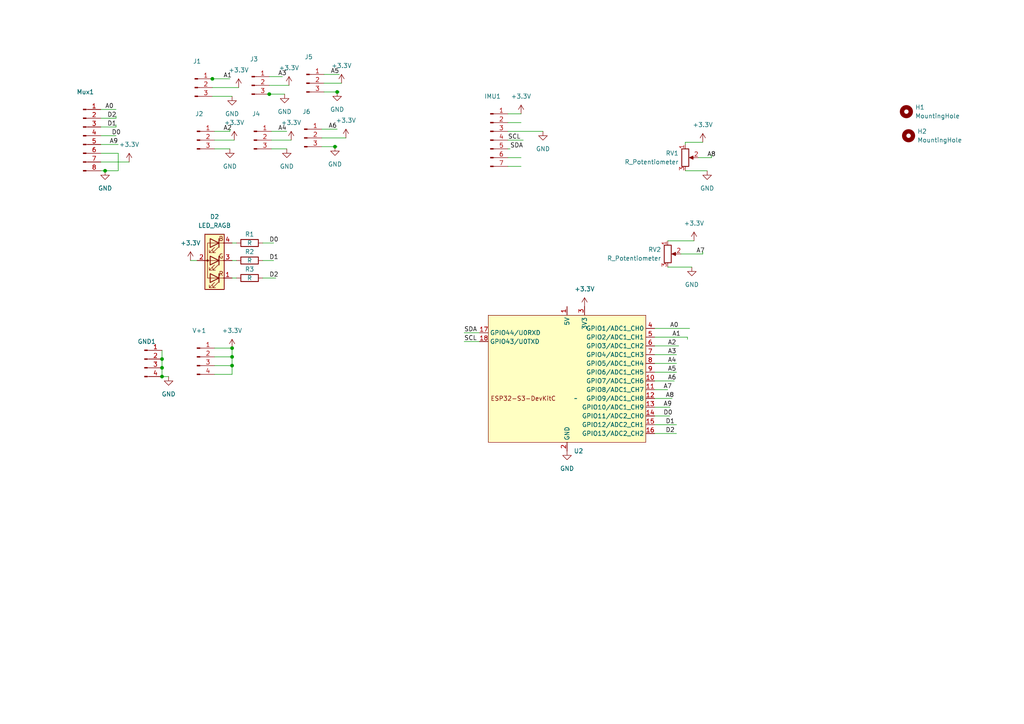
<source format=kicad_sch>
(kicad_sch (version 20231120) (generator "eeschema") (generator_version "8.0")
  (paper "A4")
  (lib_symbols
    (symbol "Connector:Conn_01x03_Pin" (pin_names (offset 1.016) hide)
      (property "Reference" "J" (at 0 5.08 0))
      (property "Value" "Conn_01x03_Pin" (at 0 -5.08 0))
      (symbol "Conn_01x03_Pin_1_1"
        (polyline (pts (xy 1.27 -2.54) (xy 0.8636 -2.54)) (stroke (width 0.1524)))
        (polyline (pts (xy 1.27 0) (xy 0.8636 0)) (stroke (width 0.1524)))
        (polyline (pts (xy 1.27 2.54) (xy 0.8636 2.54)) (stroke (width 0.1524)))
        (rectangle (start 0.8636 -2.413) (end 0 -2.667) (stroke (width 0.1524)) (fill (type outline)))
        (rectangle (start 0.8636 0.127) (end 0 -0.127) (stroke (width 0.1524)) (fill (type outline)))
        (rectangle (start 0.8636 2.667) (end 0 2.413) (stroke (width 0.1524)) (fill (type outline)))
        (pin passive line (at 5.08 2.54 180) (length 3.81) (name "Pin_1") (number "1"))
        (pin passive line (at 5.08 0 180) (length 3.81) (name "Pin_2") (number "2"))
        (pin passive line (at 5.08 -2.54 180) (length 3.81) (name "Pin_3") (number "3"))
      )
    )
    (symbol "Connector:Conn_01x04_Pin" (pin_names (offset 1.016) hide)
      (property "Reference" "J" (at 0 5.08 0))
      (property "Value" "Conn_01x04_Pin" (at 0 -7.62 0))
      (symbol "Conn_01x04_Pin_1_1"
        (polyline (pts (xy 1.27 -5.08) (xy 0.8636 -5.08)) (stroke (width 0.1524)))
        (polyline (pts (xy 1.27 -2.54) (xy 0.8636 -2.54)) (stroke (width 0.1524)))
        (polyline (pts (xy 1.27 0) (xy 0.8636 0)) (stroke (width 0.1524)))
        (polyline (pts (xy 1.27 2.54) (xy 0.8636 2.54)) (stroke (width 0.1524)))
        (rectangle (start 0.8636 -4.953) (end 0 -5.207) (stroke (width 0.1524)) (fill (type outline)))
        (rectangle (start 0.8636 -2.413) (end 0 -2.667) (stroke (width 0.1524)) (fill (type outline)))
        (rectangle (start 0.8636 0.127) (end 0 -0.127) (stroke (width 0.1524)) (fill (type outline)))
        (rectangle (start 0.8636 2.667) (end 0 2.413) (stroke (width 0.1524)) (fill (type outline)))
        (pin passive line (at 5.08 2.54 180) (length 3.81) (name "Pin_1") (number "1"))
        (pin passive line (at 5.08 0 180) (length 3.81) (name "Pin_2") (number "2"))
        (pin passive line (at 5.08 -2.54 180) (length 3.81) (name "Pin_3") (number "3"))
        (pin passive line (at 5.08 -5.08 180) (length 3.81) (name "Pin_4") (number "4"))
      )
    )
    (symbol "Connector:Conn_01x07_Pin" (pin_names (offset 1.016) hide)
      (property "Reference" "J" (at 0 10.16 0))
      (property "Value" "Conn_01x07_Pin" (at 0 -10.16 0))
      (symbol "Conn_01x07_Pin_1_1"
        (polyline (pts (xy 1.27 -7.62) (xy 0.8636 -7.62)) (stroke (width 0.1524)))
        (polyline (pts (xy 1.27 -5.08) (xy 0.8636 -5.08)) (stroke (width 0.1524)))
        (polyline (pts (xy 1.27 -2.54) (xy 0.8636 -2.54)) (stroke (width 0.1524)))
        (polyline (pts (xy 1.27 0) (xy 0.8636 0)) (stroke (width 0.1524)))
        (polyline (pts (xy 1.27 2.54) (xy 0.8636 2.54)) (stroke (width 0.1524)))
        (polyline (pts (xy 1.27 5.08) (xy 0.8636 5.08)) (stroke (width 0.1524)))
        (polyline (pts (xy 1.27 7.62) (xy 0.8636 7.62)) (stroke (width 0.1524)))
        (rectangle (start 0.8636 -7.493) (end 0 -7.747) (stroke (width 0.1524)) (fill (type outline)))
        (rectangle (start 0.8636 -4.953) (end 0 -5.207) (stroke (width 0.1524)) (fill (type outline)))
        (rectangle (start 0.8636 -2.413) (end 0 -2.667) (stroke (width 0.1524)) (fill (type outline)))
        (rectangle (start 0.8636 0.127) (end 0 -0.127) (stroke (width 0.1524)) (fill (type outline)))
        (rectangle (start 0.8636 2.667) (end 0 2.413) (stroke (width 0.1524)) (fill (type outline)))
        (rectangle (start 0.8636 5.207) (end 0 4.953) (stroke (width 0.1524)) (fill (type outline)))
        (rectangle (start 0.8636 7.747) (end 0 7.493) (stroke (width 0.1524)) (fill (type outline)))
        (pin passive line (at 5.08 7.62 180) (length 3.81) (name "Pin_1") (number "1"))
        (pin passive line (at 5.08 5.08 180) (length 3.81) (name "Pin_2") (number "2"))
        (pin passive line (at 5.08 2.54 180) (length 3.81) (name "Pin_3") (number "3"))
        (pin passive line (at 5.08 0 180) (length 3.81) (name "Pin_4") (number "4"))
        (pin passive line (at 5.08 -2.54 180) (length 3.81) (name "Pin_5") (number "5"))
        (pin passive line (at 5.08 -5.08 180) (length 3.81) (name "Pin_6") (number "6"))
        (pin passive line (at 5.08 -7.62 180) (length 3.81) (name "Pin_7") (number "7"))
      )
    )
    (symbol "Connector:Conn_01x08_Pin" (pin_names (offset 1.016) hide)
      (property "Reference" "J" (at 0 10.16 0))
      (property "Value" "Conn_01x08_Pin" (at 0 -12.7 0))
      (symbol "Conn_01x08_Pin_1_1"
        (polyline (pts (xy 1.27 -10.16) (xy 0.8636 -10.16)) (stroke (width 0.1524)))
        (polyline (pts (xy 1.27 -7.62) (xy 0.8636 -7.62)) (stroke (width 0.1524)))
        (polyline (pts (xy 1.27 -5.08) (xy 0.8636 -5.08)) (stroke (width 0.1524)))
        (polyline (pts (xy 1.27 -2.54) (xy 0.8636 -2.54)) (stroke (width 0.1524)))
        (polyline (pts (xy 1.27 0) (xy 0.8636 0)) (stroke (width 0.1524)))
        (polyline (pts (xy 1.27 2.54) (xy 0.8636 2.54)) (stroke (width 0.1524)))
        (polyline (pts (xy 1.27 5.08) (xy 0.8636 5.08)) (stroke (width 0.1524)))
        (polyline (pts (xy 1.27 7.62) (xy 0.8636 7.62)) (stroke (width 0.1524)))
        (rectangle (start 0.8636 -10.033) (end 0 -10.287) (stroke (width 0.1524)) (fill (type outline)))
        (rectangle (start 0.8636 -7.493) (end 0 -7.747) (stroke (width 0.1524)) (fill (type outline)))
        (rectangle (start 0.8636 -4.953) (end 0 -5.207) (stroke (width 0.1524)) (fill (type outline)))
        (rectangle (start 0.8636 -2.413) (end 0 -2.667) (stroke (width 0.1524)) (fill (type outline)))
        (rectangle (start 0.8636 0.127) (end 0 -0.127) (stroke (width 0.1524)) (fill (type outline)))
        (rectangle (start 0.8636 2.667) (end 0 2.413) (stroke (width 0.1524)) (fill (type outline)))
        (rectangle (start 0.8636 5.207) (end 0 4.953) (stroke (width 0.1524)) (fill (type outline)))
        (rectangle (start 0.8636 7.747) (end 0 7.493) (stroke (width 0.1524)) (fill (type outline)))
        (pin passive line (at 5.08 7.62 180) (length 3.81) (name "Pin_1") (number "1"))
        (pin passive line (at 5.08 5.08 180) (length 3.81) (name "Pin_2") (number "2"))
        (pin passive line (at 5.08 2.54 180) (length 3.81) (name "Pin_3") (number "3"))
        (pin passive line (at 5.08 0 180) (length 3.81) (name "Pin_4") (number "4"))
        (pin passive line (at 5.08 -2.54 180) (length 3.81) (name "Pin_5") (number "5"))
        (pin passive line (at 5.08 -5.08 180) (length 3.81) (name "Pin_6") (number "6"))
        (pin passive line (at 5.08 -7.62 180) (length 3.81) (name "Pin_7") (number "7"))
        (pin passive line (at 5.08 -10.16 180) (length 3.81) (name "Pin_8") (number "8"))
      )
    )
    (symbol "Device:LED_RAGB" (pin_names (offset 0) hide)
      (property "Reference" "D" (at 0 9.398 0))
      (property "Value" "LED_RAGB" (at 0 -8.89 0))
      (symbol "LED_RAGB_0_0"
        (text "B" (at -1.905 -6.35 0) (effects (font (size 1.27 1.27))))
        (text "G" (at -1.905 -1.27 0) (effects (font (size 1.27 1.27))))
        (text "R" (at -1.905 3.81 0) (effects (font (size 1.27 1.27))))
      )
      (symbol "LED_RAGB_0_1"
        (polyline (pts (xy -1.27 -5.08) (xy -2.54 -5.08)))
        (polyline (pts (xy -1.27 -5.08) (xy 1.27 -5.08)))
        (polyline (pts (xy -1.27 -3.81) (xy -1.27 -6.35)) (stroke (width 0.254)))
        (polyline (pts (xy -1.27 0) (xy -2.54 0)))
        (polyline (pts (xy -1.27 1.27) (xy -1.27 -1.27)) (stroke (width 0.254)))
        (polyline (pts (xy -1.27 5.08) (xy -2.54 5.08)))
        (polyline (pts (xy -1.27 5.08) (xy 1.27 5.08)))
        (polyline (pts (xy -1.27 6.35) (xy -1.27 3.81)) (stroke (width 0.254)))
        (polyline (pts (xy 1.27 0) (xy -1.27 0)))
        (polyline (pts (xy 1.27 0) (xy 2.54 0)))
        (polyline (pts (xy -1.27 1.27) (xy -1.27 -1.27) (xy -1.27 -1.27)))
        (polyline (pts (xy -1.27 6.35) (xy -1.27 3.81) (xy -1.27 3.81)))
        (polyline (pts (xy 1.27 -5.08) (xy 2.032 -5.08) (xy 2.032 5.08) (xy 1.27 5.08)))
        (polyline (pts (xy 1.27 -3.81) (xy 1.27 -6.35) (xy -1.27 -5.08) (xy 1.27 -3.81)) (stroke (width 0.254)))
        (polyline (pts (xy 1.27 1.27) (xy 1.27 -1.27) (xy -1.27 0) (xy 1.27 1.27)) (stroke (width 0.254)))
        (polyline (pts (xy 1.27 6.35) (xy 1.27 3.81) (xy -1.27 5.08) (xy 1.27 6.35)) (stroke (width 0.254)))
        (polyline (pts (xy -1.016 -3.81) (xy 0.508 -2.286) (xy -0.254 -2.286) (xy 0.508 -2.286) (xy 0.508 -3.048)))
        (polyline (pts (xy -1.016 1.27) (xy 0.508 2.794) (xy -0.254 2.794) (xy 0.508 2.794) (xy 0.508 2.032)))
        (polyline (pts (xy -1.016 6.35) (xy 0.508 7.874) (xy -0.254 7.874) (xy 0.508 7.874) (xy 0.508 7.112)))
        (polyline (pts (xy 0 -3.81) (xy 1.524 -2.286) (xy 0.762 -2.286) (xy 1.524 -2.286) (xy 1.524 -3.048)))
        (polyline (pts (xy 0 1.27) (xy 1.524 2.794) (xy 0.762 2.794) (xy 1.524 2.794) (xy 1.524 2.032)))
        (polyline (pts (xy 0 6.35) (xy 1.524 7.874) (xy 0.762 7.874) (xy 1.524 7.874) (xy 1.524 7.112)))
        (rectangle (start 1.27 -1.27) (end 1.27 1.27))
        (rectangle (start 1.27 1.27) (end 1.27 1.27))
        (rectangle (start 1.27 3.81) (end 1.27 6.35))
        (rectangle (start 1.27 6.35) (end 1.27 6.35))
        (circle (center 2.032 0) (radius 0.254) (fill (type outline)))
        (rectangle (start 2.794 8.382) (end -2.794 -7.62) (stroke (width 0.254)) (fill (type background)))
      )
      (symbol "LED_RAGB_1_1"
        (pin passive line (at -5.08 5.08 0) (length 2.54) (name "RK") (number "1"))
        (pin passive line (at 5.08 0 180) (length 2.54) (name "A") (number "2"))
        (pin passive line (at -5.08 0 0) (length 2.54) (name "GK") (number "3"))
        (pin passive line (at -5.08 -5.08 0) (length 2.54) (name "BK") (number "4"))
      )
    )
    (symbol "Device:R" (pin_numbers hide) (pin_names (offset 0))
      (property "Reference" "R" (at 2.032 0 90))
      (property "Value" "R" (at 0 0 90))
      (symbol "R_0_1"
        (rectangle (start -1.016 -2.54) (end 1.016 2.54) (stroke (width 0.254)))
      )
      (symbol "R_1_1"
        (pin passive line (at 0 3.81 270) (length 1.27) (name "~") (number "1"))
        (pin passive line (at 0 -3.81 90) (length 1.27) (name "~") (number "2"))
      )
    )
    (symbol "Device:R_Potentiometer" (pin_names (offset 1.016) hide)
      (property "Reference" "RV" (at -4.445 0 90))
      (property "Value" "R_Potentiometer" (at -2.54 0 90))
      (symbol "R_Potentiometer_0_1"
        (polyline (pts (xy 2.54 0) (xy 1.524 0)))
        (polyline (pts (xy 1.143 0) (xy 2.286 0.508) (xy 2.286 -0.508) (xy 1.143 0)) (fill (type outline)))
        (rectangle (start 1.016 2.54) (end -1.016 -2.54) (stroke (width 0.254)))
      )
      (symbol "R_Potentiometer_1_1"
        (pin passive line (at 0 3.81 270) (length 1.27) (name "1") (number "1"))
        (pin passive line (at 3.81 0 180) (length 1.27) (name "2") (number "2"))
        (pin passive line (at 0 -3.81 90) (length 1.27) (name "3") (number "3"))
      )
    )
    (symbol "Mechanical:MountingHole" (pin_names (offset 1.016))
      (property "Reference" "H" (at 0 5.08 0))
      (property "Value" "MountingHole" (at 0 3.175 0))
      (symbol "MountingHole_0_1"
        (circle (center 0 0) (radius 1.27) (stroke (width 1.27)))
      )
    )
    (symbol "hattwick:Wifiduino-ESP32S3"
      (property "Reference" "U" (at -22.86 46.99 0))
      (symbol "Wifiduino-ESP32S3_0_0"
        (text "ESP32-S3-DevKitC" (at -15.24 0 0) (effects (font (size 1.27 1.27))))
      )
      (symbol "Wifiduino-ESP32S3_0_1"
        (rectangle (start -25.4 24.13) (end 20.32 -12.7) (fill (type background)))
      )
      (symbol "Wifiduino-ESP32S3_1_0"
        (pin bidirectional line (at 22.86 -10.16 180) (length 2.54) (name "GPIO13/ADC2_CH2") (number "16"))
        (pin bidirectional line (at -27.94 19.05 0) (length 2.54) (name "GPIO44/U0RXD") (number "17"))
        (pin bidirectional line (at -27.94 16.51 0) (length 2.54) (name "GPIO43/U0TXD") (number "18"))
        (pin power_in line (at -2.54 -15.24 90) (length 2.54) (name "GND") (number "2"))
        (pin bidirectional line (at 22.86 20.32 180) (length 2.54) (name "GPIO1/ADC1_CH0") (number "4"))
        (pin bidirectional line (at 22.86 17.78 180) (length 2.54) (name "GPIO2/ADC1_CH1") (number "5"))
      )
      (symbol "Wifiduino-ESP32S3_1_1"
        (pin power_in line (at -2.54 26.67 270) (length 2.54) (name "5V") (number "1"))
        (pin bidirectional line (at 22.86 5.08 180) (length 2.54) (name "GPIO7/ADC1_CH6") (number "10"))
        (pin bidirectional line (at 22.86 2.54 180) (length 2.54) (name "GPIO8/ADC1_CH7") (number "11"))
        (pin bidirectional line (at 22.86 0 180) (length 2.54) (name "GPIO9/ADC1_CH8") (number "12"))
        (pin bidirectional line (at 22.86 -2.54 180) (length 2.54) (name "GPIO10/ADC1_CH9") (number "13"))
        (pin bidirectional line (at 22.86 -5.08 180) (length 2.54) (name "GPIO11/ADC2_CH0") (number "14"))
        (pin bidirectional line (at 22.86 -7.62 180) (length 2.54) (name "GPIO12/ADC2_CH1") (number "15"))
        (pin power_in line (at 2.54 26.67 270) (length 2.54) (name "3V3") (number "3"))
        (pin bidirectional line (at 22.86 15.24 180) (length 2.54) (name "GPIO3/ADC1_CH2") (number "6"))
        (pin bidirectional line (at 22.86 12.7 180) (length 2.54) (name "GPIO4/ADC1_CH3") (number "7"))
        (pin bidirectional line (at 22.86 10.16 180) (length 2.54) (name "GPIO5/ADC1_CH4") (number "8"))
        (pin bidirectional line (at 22.86 7.62 180) (length 2.54) (name "GPIO6/ADC1_CH5") (number "9"))
      )
    )
    (symbol "power:+3.3V" (power) (pin_names (offset 0))
      (property "Value" "+3.3V" (at 0 3.556 0))
      (symbol "+3.3V_0_1"
        (polyline (pts (xy -0.762 1.27) (xy 0 2.54)))
        (polyline (pts (xy 0 0) (xy 0 2.54)))
        (polyline (pts (xy 0 2.54) (xy 0.762 1.27)))
      )
      (symbol "+3.3V_1_1"
        (pin power_in line (at 0 0 90) (length 0) hide (name "+3.3V") (number "1"))
      )
    )
    (symbol "power:GND" (power) (pin_names (offset 0))
      (property "Value" "GND" (at 0 -3.81 0))
      (symbol "GND_0_1"
        (polyline (pts (xy 0 0) (xy 0 -1.27) (xy 1.27 -1.27) (xy 0 -2.54) (xy -1.27 -1.27) (xy 0 -1.27)))
      )
      (symbol "GND_1_1"
        (pin power_in line (at 0 0 270) (length 0) hide (name "GND") (number "1"))
      )
    )
  )
  (junction (at 67.31 106.045))
  (junction (at 97.155 42.545))
  (junction (at 46.99 104.14))
  (junction (at 67.31 100.965))
  (junction (at 30.48 49.53))
  (junction (at 61.595 22.86))
  (junction (at 46.99 109.22))
  (junction (at 97.79 26.67))
  (junction (at 78.105 27.305))
  (junction (at 46.99 106.68))
  (junction (at 67.31 103.505))
  (wire (pts (xy 62.23 103.505) (xy 67.31 103.505)))
  (wire (pts (xy 189.865 110.49) (xy 195.58 110.49)))
  (wire (pts (xy 189.865 120.65) (xy 194.31 120.65)))
  (wire (pts (xy 189.865 97.79) (xy 199.39 97.79)))
  (wire (pts (xy 189.865 105.41) (xy 196.215 105.41)))
  (wire (pts (xy 93.98 26.67) (xy 97.79 26.67)))
  (wire (pts (xy 199.39 97.79) (xy 199.39 98.425)))
  (wire (pts (xy 97.155 42.545) (xy 97.79 42.545)))
  (wire (pts (xy 197.485 73.66) (xy 203.835 73.66)))
  (wire (pts (xy 29.21 36.83) (xy 33.655 36.83)))
  (wire (pts (xy 66.675 37.465) (xy 66.675 38.1)))
  (wire (pts (xy 78.105 24.765) (xy 83.82 24.765)))
  (wire (pts (xy 61.595 27.94) (xy 67.31 27.94)))
  (wire (pts (xy 67.31 70.485) (xy 68.58 70.485)))
  (wire (pts (xy 189.865 115.57) (xy 194.945 115.57)))
  (wire (pts (xy 203.835 73.025) (xy 203.835 73.66)))
  (wire (pts (xy 62.23 38.1) (xy 66.675 38.1)))
  (wire (pts (xy 76.2 75.565) (xy 79.375 75.565)))
  (wire (pts (xy 189.865 100.33) (xy 196.85 100.33)))
  (wire (pts (xy 29.21 34.29) (xy 33.655 34.29)))
  (wire (pts (xy 61.595 22.86) (xy 66.675 22.86)))
  (wire (pts (xy 134.62 99.06) (xy 139.065 99.06)))
  (wire (pts (xy 46.99 109.22) (xy 48.895 109.22)))
  (wire (pts (xy 189.865 95.25) (xy 200.025 95.25)))
  (wire (pts (xy 189.865 113.03) (xy 193.675 113.03)))
  (wire (pts (xy 78.74 38.1) (xy 83.185 38.1)))
  (wire (pts (xy 134.62 96.52) (xy 139.065 96.52)))
  (wire (pts (xy 67.31 106.045) (xy 67.31 103.505)))
  (wire (pts (xy 67.31 75.565) (xy 68.58 75.565)))
  (wire (pts (xy 67.31 80.645) (xy 68.58 80.645)))
  (wire (pts (xy 46.99 106.68) (xy 46.99 109.22)))
  (wire (pts (xy 206.375 45.085) (xy 206.375 45.72)))
  (wire (pts (xy 33.655 36.195) (xy 33.655 36.83)))
  (wire (pts (xy 29.21 41.91) (xy 34.29 41.91)))
  (wire (pts (xy 55.245 75.565) (xy 57.15 75.565)))
  (wire (pts (xy 29.21 39.37) (xy 33.655 39.37)))
  (wire (pts (xy 97.79 26.67) (xy 98.425 26.67)))
  (wire (pts (xy 147.32 33.02) (xy 151.13 33.02)))
  (wire (pts (xy 147.32 40.64) (xy 151.765 40.64)))
  (wire (pts (xy 193.675 69.85) (xy 201.295 69.85)))
  (wire (pts (xy 46.99 101.6) (xy 46.99 104.14)))
  (wire (pts (xy 198.755 41.275) (xy 203.835 41.275)))
  (wire (pts (xy 189.865 102.87) (xy 196.215 102.87)))
  (wire (pts (xy 78.105 22.225) (xy 81.915 22.225)))
  (wire (pts (xy 93.345 37.465) (xy 97.79 37.465)))
  (wire (pts (xy 34.29 44.45) (xy 34.29 49.53)))
  (wire (pts (xy 189.865 118.11) (xy 194.31 118.11)))
  (wire (pts (xy 198.755 49.53) (xy 205.105 49.53)))
  (wire (pts (xy 29.21 46.99) (xy 37.465 46.99)))
  (wire (pts (xy 67.31 108.585) (xy 67.31 106.045)))
  (wire (pts (xy 62.23 100.965) (xy 67.31 100.965)))
  (wire (pts (xy 78.74 43.18) (xy 83.185 43.18)))
  (wire (pts (xy 93.98 24.13) (xy 99.06 24.13)))
  (wire (pts (xy 147.32 38.1) (xy 157.48 38.1)))
  (wire (pts (xy 189.865 125.73) (xy 196.215 125.73)))
  (wire (pts (xy 29.21 31.75) (xy 33.655 31.75)))
  (wire (pts (xy 77.47 27.305) (xy 78.105 27.305)))
  (wire (pts (xy 147.32 48.26) (xy 151.13 48.26)))
  (wire (pts (xy 62.23 108.585) (xy 67.31 108.585)))
  (wire (pts (xy 93.345 40.005) (xy 100.33 40.005)))
  (wire (pts (xy 67.31 103.505) (xy 67.31 100.965)))
  (wire (pts (xy 189.865 107.95) (xy 196.215 107.95)))
  (wire (pts (xy 193.675 77.47) (xy 200.66 77.47)))
  (wire (pts (xy 202.565 45.72) (xy 206.375 45.72)))
  (wire (pts (xy 93.98 21.59) (xy 98.425 21.59)))
  (wire (pts (xy 46.99 104.14) (xy 46.99 106.68)))
  (wire (pts (xy 60.96 22.86) (xy 61.595 22.86)))
  (wire (pts (xy 33.655 33.655) (xy 33.655 34.29)))
  (wire (pts (xy 93.345 42.545) (xy 97.155 42.545)))
  (wire (pts (xy 62.23 106.045) (xy 67.31 106.045)))
  (wire (pts (xy 62.23 43.18) (xy 66.675 43.18)))
  (wire (pts (xy 78.74 40.64) (xy 84.455 40.64)))
  (wire (pts (xy 189.865 123.19) (xy 196.215 123.19)))
  (wire (pts (xy 76.2 70.485) (xy 79.375 70.485)))
  (wire (pts (xy 76.2 80.645) (xy 80.01 80.645)))
  (wire (pts (xy 62.23 40.64) (xy 67.945 40.64)))
  (wire (pts (xy 147.32 43.18) (xy 147.955 43.18)))
  (wire (pts (xy 29.21 44.45) (xy 34.29 44.45)))
  (wire (pts (xy 147.32 35.56) (xy 151.13 35.56)))
  (wire (pts (xy 198.755 41.275) (xy 198.755 41.91)))
  (wire (pts (xy 30.48 49.53) (xy 34.29 49.53)))
  (wire (pts (xy 29.21 49.53) (xy 30.48 49.53)))
  (wire (pts (xy 78.105 27.305) (xy 82.55 27.305)))
  (wire (pts (xy 61.595 25.4) (xy 69.215 25.4)))
  (wire (pts (xy 147.32 45.72) (xy 151.13 45.72)))
  (label "A9" (at 192.405 118.11 0))
  (label "A4" (at 193.675 105.41 0))
  (label "SDA" (at 147.955 43.18 0))
  (label "D1" (at 78.105 75.565 0))
  (label "SCL" (at 134.62 99.06 0))
  (label "A5" (at 95.885 21.59 0))
  (label "A2" (at 193.675 100.33 0))
  (label "A0" (at 194.31 95.25 0))
  (label "D2" (at 78.105 80.645 0))
  (label "D0" (at 78.105 70.485 0))
  (label "A3" (at 193.675 102.87 0))
  (label "A1" (at 64.77 22.86 0))
  (label "SDA" (at 134.62 96.52 0))
  (label "A9" (at 31.75 41.91 0))
  (label "D1" (at 31.115 36.83 0))
  (label "A2" (at 64.77 38.1 0))
  (label "A4" (at 80.645 38.1 0))
  (label "D2" (at 193.04 125.73 0))
  (label "D2" (at 31.115 34.29 0))
  (label "D0" (at 32.385 39.37 0))
  (label "A8" (at 193.04 115.57 0))
  (label "A7" (at 192.405 113.03 0))
  (label "D1" (at 193.04 123.19 0))
  (label "D0" (at 192.405 120.65 0))
  (label "A7" (at 201.93 73.66 0))
  (label "A6" (at 193.675 110.49 0))
  (label "A0" (at 30.48 31.75 0))
  (label "A3" (at 80.645 22.225 0))
  (label "SCL" (at 147.32 40.64 0))
  (label "A5" (at 193.675 107.95 0))
  (label "A1" (at 194.945 97.79 0))
  (label "A6" (at 95.25 37.465 0))
  (label "A8" (at 205.105 45.72 0))
  (symbol (lib_id "power:GND") (at 97.79 26.67 0) (unit 1)
    (property "Reference" "#PWR011" (effects (hide yes)))
    (property "Value" "GND" (at 97.79 31.75 0))
  )
  (symbol (lib_id "power:GND") (at 66.675 43.18 0) (unit 1)
    (property "Reference" "#PWR014" (effects (hide yes)))
    (property "Value" "GND" (at 66.675 48.26 0))
  )
  (symbol (lib_id "power:+3.3V") (at 203.835 41.275 0) (unit 1)
    (property "Reference" "#PWR017" (effects (hide yes)))
    (property "Value" "+3.3V" (at 203.835 36.195 0))
  )
  (symbol (lib_id "Device:R_Potentiometer") (at 198.755 45.72 0) (unit 1)
    (property "Reference" "RV1" (at 196.85 44.45 0) (effects (justify right)))
    (property "Value" "R_Potentiometer" (at 196.85 46.99 0) (effects (justify right)))
    (property "Footprint" "Potentiometer_THT:Potentiometer_Alps_RK09K_Single_Vertical" (effects (hide yes)))
  )
  (symbol (lib_id "Connector:Conn_01x03_Pin") (at 57.15 40.64 0) (unit 1)
    (property "Reference" "J2" (at 57.785 33.02 0))
    (property "Value" "Conn_01x03_Pin" (effects (hide yes)))
    (property "Footprint" "Connector_PinHeader_2.54mm:PinHeader_1x03_P2.54mm_Horizontal" (effects (hide yes)))
  )
  (symbol (lib_id "power:+3.3V") (at 151.13 33.02 0) (unit 1)
    (property "Reference" "#PWR019" (effects (hide yes)))
    (property "Value" "+3.3V" (at 151.13 27.94 0))
  )
  (symbol (lib_id "power:GND") (at 97.155 42.545 0) (unit 1)
    (property "Reference" "#PWR012" (effects (hide yes)))
    (property "Value" "GND" (at 97.155 47.625 0))
  )
  (symbol (lib_id "Connector:Conn_01x08_Pin") (at 24.13 39.37 0) (unit 1)
    (property "Reference" "Mux1" (at 24.765 26.67 0))
    (property "Value" "Conn_01x08_Pin" (effects (hide yes)))
    (property "Footprint" "Connector_PinHeader_2.54mm:PinHeader_1x08_P2.54mm_Vertical" (effects (hide yes)))
  )
  (symbol (lib_id "power:+3.3V") (at 83.82 24.765 0) (unit 1)
    (property "Reference" "#PWR05" (effects (hide yes)))
    (property "Value" "+3.3V" (at 83.82 19.685 0))
  )
  (symbol (lib_id "Connector:Conn_01x04_Pin") (at 57.15 103.505 0) (unit 1)
    (property "Reference" "V+1" (at 57.785 95.885 0))
    (property "Value" "Conn_01x04_Pin" (effects (hide yes)))
    (property "Footprint" "Connector_PinHeader_2.54mm:PinHeader_1x04_P2.54mm_Vertical" (effects (hide yes)))
  )
  (symbol (lib_id "power:+3.3V") (at 55.245 75.565 0) (unit 1)
    (property "Reference" "#PWR023" (effects (hide yes)))
    (property "Value" "+3.3V" (at 55.245 70.485 0))
  )
  (symbol (lib_id "Device:R_Potentiometer") (at 193.675 73.66 0) (unit 1)
    (property "Reference" "RV2" (at 191.77 72.39 0) (effects (justify right)))
    (property "Value" "R_Potentiometer" (at 191.77 74.93 0) (effects (justify right)))
    (property "Footprint" "Potentiometer_THT:Potentiometer_Alps_RK09K_Single_Vertical" (effects (hide yes)))
  )
  (symbol (lib_id "Device:R") (at 72.39 75.565 90) (unit 1)
    (property "Reference" "R2" (at 72.39 73.025 90))
    (property "Value" "R" (at 72.39 75.565 90))
    (property "Footprint" "Resistor_THT:R_Axial_DIN0204_L3.6mm_D1.6mm_P7.62mm_Horizontal" (effects (hide yes)))
  )
  (symbol (lib_id "power:+3.3V") (at 100.33 40.005 0) (unit 1)
    (property "Reference" "#PWR07" (effects (hide yes)))
    (property "Value" "+3.3V" (at 100.33 34.925 0))
  )
  (symbol (lib_id "power:GND") (at 200.66 77.47 0) (unit 1)
    (property "Reference" "#PWR015" (effects (hide yes)))
    (property "Value" "GND" (at 200.66 82.55 0))
  )
  (symbol (lib_id "power:GND") (at 82.55 27.305 0) (unit 1)
    (property "Reference" "#PWR010" (effects (hide yes)))
    (property "Value" "GND" (at 82.55 32.385 0))
  )
  (symbol (lib_id "Connector:Conn_01x03_Pin") (at 73.66 40.64 0) (unit 1)
    (property "Reference" "J4" (at 74.295 33.02 0))
    (property "Value" "Conn_01x03_Pin" (effects (hide yes)))
    (property "Footprint" "Connector_PinHeader_2.54mm:PinHeader_1x03_P2.54mm_Horizontal" (effects (hide yes)))
  )
  (symbol (lib_id "Mechanical:MountingHole") (at 263.525 39.37 0) (unit 1)
    (property "Reference" "H2" (at 266.065 38.1 0) (effects (justify left)))
    (property "Value" "MountingHole" (at 266.065 40.64 0) (effects (justify left)))
    (property "Footprint" "MountingHole:MountingHole_3.2mm_M3" (effects (hide yes)))
  )
  (symbol (lib_id "power:GND") (at 157.48 38.1 0) (unit 1)
    (property "Reference" "#PWR020" (effects (hide yes)))
    (property "Value" "GND" (at 157.48 43.18 0))
  )
  (symbol (lib_id "power:GND") (at 83.185 43.18 0) (unit 1)
    (property "Reference" "#PWR013" (effects (hide yes)))
    (property "Value" "GND" (at 83.185 48.26 0))
  )
  (symbol (lib_id "Connector:Conn_01x03_Pin") (at 88.9 24.13 0) (unit 1)
    (property "Reference" "J5" (at 89.535 16.51 0))
    (property "Value" "Conn_01x03_Pin" (effects (hide yes)))
    (property "Footprint" "Connector_PinHeader_2.54mm:PinHeader_1x03_P2.54mm_Horizontal" (effects (hide yes)))
  )
  (symbol (lib_id "power:GND") (at 30.48 49.53 0) (unit 1)
    (property "Reference" "#PWR021" (effects (hide yes)))
    (property "Value" "GND" (at 30.48 54.61 0))
  )
  (symbol (lib_id "power:GND") (at 48.895 109.22 0) (unit 1)
    (property "Reference" "#PWR025" (effects (hide yes)))
    (property "Value" "GND" (at 48.895 114.3 0))
  )
  (symbol (lib_id "Connector:Conn_01x03_Pin") (at 56.515 25.4 0) (unit 1)
    (property "Reference" "J1" (at 57.15 17.78 0))
    (property "Value" "Conn_01x03_Pin" (effects (hide yes)))
    (property "Footprint" "Connector_PinHeader_2.54mm:PinHeader_1x03_P2.54mm_Horizontal" (effects (hide yes)))
  )
  (symbol (lib_id "Device:R") (at 72.39 80.645 90) (unit 1)
    (property "Reference" "R3" (at 72.39 78.105 90))
    (property "Value" "R" (at 72.39 80.645 90))
    (property "Footprint" "Resistor_THT:R_Axial_DIN0204_L3.6mm_D1.6mm_P7.62mm_Horizontal" (effects (hide yes)))
  )
  (symbol (lib_id "power:+3.3V") (at 67.31 100.965 0) (unit 1)
    (property "Reference" "#PWR024" (effects (hide yes)))
    (property "Value" "+3.3V" (at 67.31 95.885 0))
  )
  (symbol (lib_id "Connector:Conn_01x03_Pin") (at 88.265 40.005 0) (unit 1)
    (property "Reference" "J6" (at 88.9 32.385 0))
    (property "Value" "Conn_01x03_Pin" (effects (hide yes)))
    (property "Footprint" "Connector_PinHeader_2.54mm:PinHeader_1x03_P2.54mm_Horizontal" (effects (hide yes)))
  )
  (symbol (lib_id "power:+3.3V") (at 99.06 24.13 0) (unit 1)
    (property "Reference" "#PWR06" (effects (hide yes)))
    (property "Value" "+3.3V" (at 99.06 19.05 0))
  )
  (symbol (lib_id "hattwick:Wifiduino-ESP32S3") (at 167.005 115.57 0) (unit 1)
    (property "Reference" "U2" (at 166.4209 130.81 0) (effects (justify left)))
    (property "Value" "~" (at 167.005 115.57 0))
    (property "Footprint" "ih_kicad:Wifiduino-ESP32S3" (effects (hide yes)))
  )
  (symbol (lib_id "Connector:Conn_01x04_Pin") (at 41.91 104.14 0) (unit 1)
    (property "Reference" "GND1" (at 42.545 99.06 0))
    (property "Value" "Conn_01x04_Pin" (effects (hide yes)))
    (property "Footprint" "Connector_PinHeader_2.54mm:PinHeader_1x04_P2.54mm_Vertical" (effects (hide yes)))
  )
  (symbol (lib_id "power:+3.3V") (at 84.455 40.64 0) (unit 1)
    (property "Reference" "#PWR08" (effects (hide yes)))
    (property "Value" "+3.3V" (at 84.455 35.56 0))
  )
  (symbol (lib_id "Device:R") (at 72.39 70.485 90) (unit 1)
    (property "Reference" "R1" (at 72.39 67.945 90))
    (property "Value" "R" (at 72.39 70.485 90))
    (property "Footprint" "Resistor_THT:R_Axial_DIN0204_L3.6mm_D1.6mm_P7.62mm_Horizontal" (effects (hide yes)))
  )
  (symbol (lib_id "power:+3.3V") (at 169.545 88.9 0) (unit 1)
    (property "Reference" "#PWR02" (effects (hide yes)))
    (property "Value" "+3.3V" (at 169.545 83.82 0))
  )
  (symbol (lib_id "power:GND") (at 164.465 130.81 0) (unit 1)
    (property "Reference" "#PWR01" (effects (hide yes)))
    (property "Value" "GND" (at 164.465 135.89 0))
  )
  (symbol (lib_id "power:+3.3V") (at 201.295 69.85 0) (unit 1)
    (property "Reference" "#PWR018" (effects (hide yes)))
    (property "Value" "+3.3V" (at 201.295 64.77 0))
  )
  (symbol (lib_id "Device:LED_RAGB") (at 62.23 75.565 180) (unit 1)
    (property "Reference" "D2" (at 62.23 62.865 0))
    (property "Value" "LED_RAGB" (at 62.23 65.405 0))
    (property "Footprint" "LED_THT:LED_D5.0mm-4_RGB_Wide_Pins" (effects (hide yes)))
  )
  (symbol (lib_id "Mechanical:MountingHole") (at 262.89 32.385 0) (unit 1)
    (property "Reference" "H1" (at 265.43 31.115 0) (effects (justify left)))
    (property "Value" "MountingHole" (at 265.43 33.655 0) (effects (justify left)))
    (property "Footprint" "MountingHole:MountingHole_3.2mm_M3" (effects (hide yes)))
  )
  (symbol (lib_id "power:GND") (at 205.105 49.53 0) (unit 1)
    (property "Reference" "#PWR016" (effects (hide yes)))
    (property "Value" "GND" (at 205.105 54.61 0))
  )
  (symbol (lib_id "power:+3.3V") (at 67.945 40.64 0) (unit 1)
    (property "Reference" "#PWR09" (effects (hide yes)))
    (property "Value" "+3.3V" (at 67.945 35.56 0))
  )
  (symbol (lib_id "Connector:Conn_01x07_Pin") (at 142.24 40.64 0) (unit 1)
    (property "Reference" "IMU1" (at 142.875 27.94 0))
    (property "Value" "Conn_01x07_Pin" (effects (hide yes)))
    (property "Footprint" "Connector_PinHeader_2.54mm:PinHeader_1x07_P2.54mm_Vertical" (effects (hide yes)))
  )
  (symbol (lib_id "Connector:Conn_01x03_Pin") (at 73.025 24.765 0) (unit 1)
    (property "Reference" "J3" (at 73.66 17.145 0))
    (property "Value" "Conn_01x03_Pin" (effects (hide yes)))
    (property "Footprint" "Connector_PinHeader_2.54mm:PinHeader_1x03_P2.54mm_Horizontal" (effects (hide yes)))
  )
  (symbol (lib_id "power:+3.3V") (at 37.465 46.99 0) (unit 1)
    (property "Reference" "#PWR022" (effects (hide yes)))
    (property "Value" "+3.3V" (at 37.465 41.91 0))
  )
  (symbol (lib_id "power:GND") (at 67.31 27.94 0) (unit 1)
    (property "Reference" "#PWR03" (effects (hide yes)))
    (property "Value" "GND" (at 67.31 33.02 0))
  )
  (symbol (lib_id "power:+3.3V") (at 69.215 25.4 0) (unit 1)
    (property "Reference" "#PWR04" (effects (hide yes)))
    (property "Value" "+3.3V" (at 69.215 20.32 0))
  )
)
</source>
